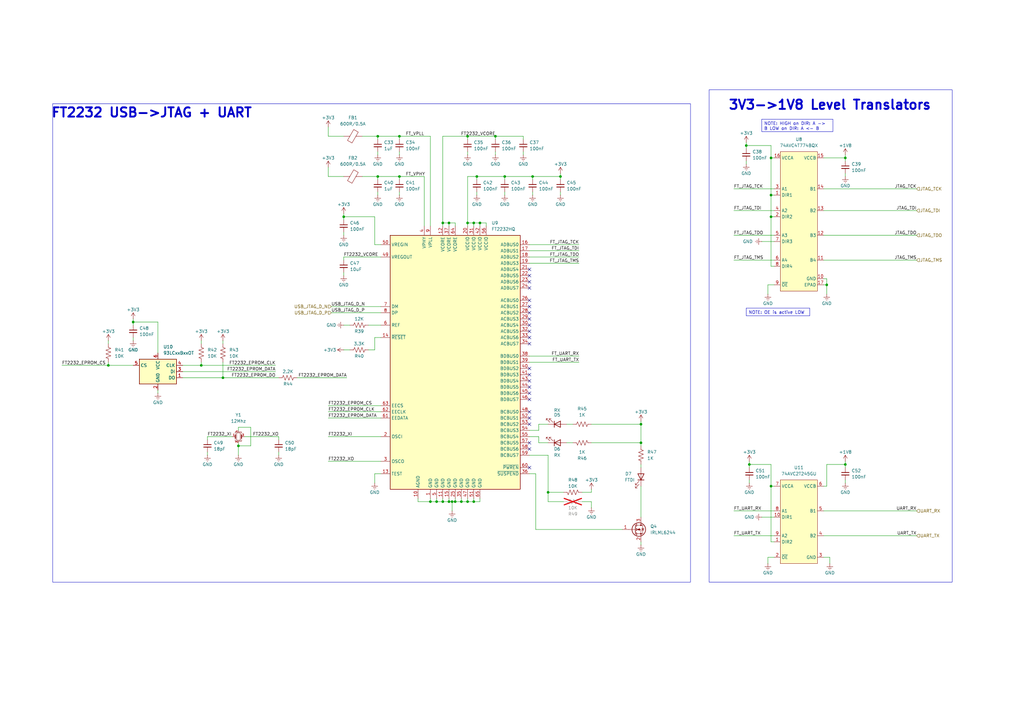
<source format=kicad_sch>
(kicad_sch (version 20231120) (generator "eeschema") (generator_version "8.0")
  (paper "A3")
  (title_block (title "USB-JTAG + UART") (date "2024-10-14") (rev "2.0") (company "Drexel University") (comment 1 "Designed by John Hofmeyr"))
  (lib_symbols
    (symbol "Device:C_Small" (pin_numbers hide) (pin_names (offset 0.254) hide)
      (property "Reference" "C" (at 0.254 1.778 0))
      (property "Value" "C_Small" (at 0.254 -2.032 0))
      (symbol "C_Small_1_1"
        (pin passive line (at 0 2.54 270) (length 2.032) (name "~") (number "1"))
        (pin passive line (at 0 -2.54 90) (length 2.032) (name "~") (number "2"))
      )
    )
    (symbol "Device:Crystal_GND24_Small" (pin_names (offset 1.016) hide)
      (property "Reference" "Y" (at 1.27 4.445 0))
      (property "Value" "Crystal_GND24_Small" (at 1.27 2.54 0))
      (symbol "Crystal_GND24_Small_1_1"
        (pin passive line (at -2.54 0 0) (length 1.27) (name "1") (number "1"))
        (pin passive line (at 0 -2.54 90) (length 0.635) (name "2") (number "2"))
        (pin passive line (at 2.54 0 180) (length 1.27) (name "3") (number "3"))
        (pin passive line (at 0 2.54 270) (length 0.635) (name "4") (number "4"))
      )
    )
    (symbol "Device:FerriteBead" (pin_numbers hide) (pin_names (offset 0))
      (property "Reference" "FB" (at -3.81 0.635 90))
      (property "Value" "FerriteBead" (at 3.81 0 90))
      (symbol "FerriteBead_1_1"
        (pin passive line (at 0 3.81 270) (length 2.54) (name "~") (number "1"))
        (pin passive line (at 0 -3.81 90) (length 2.54) (name "~") (number "2"))
      )
    )
    (symbol "Device:LED" (pin_numbers hide) (pin_names (offset 1.016) hide)
      (property "Reference" "D" (at 0 2.54 0))
      (property "Value" "LED" (at 0 -2.54 0))
      (symbol "LED_1_1"
        (pin passive line (at -3.81 0 0) (length 2.54) (name "K") (number "1"))
        (pin passive line (at 3.81 0 180) (length 2.54) (name "A") (number "2"))
      )
    )
    (symbol "Device:R_US" (pin_numbers hide) (pin_names (offset 0))
      (property "Reference" "R" (at 2.54 0 90))
      (property "Value" "R_US" (at -2.54 0 90))
      (symbol "R_US_1_1"
        (pin passive line (at 0 3.81 270) (length 1.27) (name "~") (number "1"))
        (pin passive line (at 0 -3.81 90) (length 1.27) (name "~") (number "2"))
      )
    )
    (symbol "IO_Module:74AVC2T245GU"
      (property "Reference" "U" (at 7.62 6.35 0))
      (property "Value" "74AVC2T245GU" (at 7.62 3.81 0))
      (symbol "74AVC2T245GU_1_1"
        (pin passive line (at -2.54 -22.86 0) (length 2.54) (name "DIR2") (number "1"))
        (pin passive line (at -2.54 -12.7 0) (length 2.54) (name "DIR1") (number "10"))
        (pin passive line (at -2.54 -29.21 0) (length 2.54) (name "~{OE}") (number "2"))
        (pin passive line (at 17.78 -29.21 180) (length 2.54) (name "GND") (number "3"))
        (pin passive line (at 17.78 -20.32 180) (length 2.54) (name "B2") (number "4"))
        (pin passive line (at 17.78 -10.16 180) (length 2.54) (name "B1") (number "5"))
        (pin passive line (at 17.78 0 180) (length 2.54) (name "VCCB") (number "6"))
        (pin passive line (at -2.54 0 0) (length 2.54) (name "VCCA") (number "7"))
        (pin passive line (at -2.54 -10.16 0) (length 2.54) (name "A1") (number "8"))
        (pin passive line (at -2.54 -20.32 0) (length 2.54) (name "A2") (number "9"))
      )
    )
    (symbol "IO_Module:74AVC4T774BQX"
      (property "Reference" "U" (at 7.62 6.35 0))
      (property "Value" "74AVC4T774BQX" (at 7.62 3.81 0))
      (symbol "74AVC4T774BQX_1_1"
        (pin passive line (at -2.54 -15.24 0) (length 2.54) (name "DIR1") (number "1"))
        (pin passive line (at 17.78 -49.53 180) (length 2.54) (name "GND") (number "10"))
        (pin passive line (at 17.78 -41.91 180) (length 2.54) (name "B4") (number "11"))
        (pin passive line (at 17.78 -31.75 180) (length 2.54) (name "B3") (number "12"))
        (pin passive line (at 17.78 -21.59 180) (length 2.54) (name "B2") (number "13"))
        (pin passive line (at 17.78 -12.7 180) (length 2.54) (name "B1") (number "14"))
        (pin passive line (at 17.78 0 180) (length 2.54) (name "VCCB") (number "15"))
        (pin passive line (at -2.54 0 0) (length 2.54) (name "VCCA") (number "16"))
        (pin passive line (at 17.78 -52.07 180) (length 2.54) (name "EPAD") (number "17"))
        (pin passive line (at -2.54 -24.13 0) (length 2.54) (name "DIR2") (number "2"))
        (pin passive line (at -2.54 -12.7 0) (length 2.54) (name "A1") (number "3"))
        (pin passive line (at -2.54 -21.59 0) (length 2.54) (name "A2") (number "4"))
        (pin passive line (at -2.54 -31.75 0) (length 2.54) (name "A3") (number "5"))
        (pin passive line (at -2.54 -41.91 0) (length 2.54) (name "A4") (number "6"))
        (pin passive line (at -2.54 -34.29 0) (length 2.54) (name "DIR3") (number "7"))
        (pin passive line (at -2.54 -44.45 0) (length 2.54) (name "DIR4") (number "8"))
        (pin passive line (at -2.54 -52.07 0) (length 2.54) (name "~{OE}") (number "9"))
      )
    )
    (symbol "Interface_USB:FT2232HQ"
      (property "Reference" "U" (at -26.67 53.34 0))
      (property "Value" "FT2232HQ" (at 19.05 53.34 0))
      (symbol "FT2232HQ_1_1"
        (pin power_in line (at -10.16 -55.88 90) (length 3.81) (name "GND") (number "1"))
        (pin power_in line (at -15.24 -55.88 90) (length 3.81) (name "AGND") (number "10"))
        (pin power_in line (at -5.08 -55.88 90) (length 3.81) (name "GND") (number "11"))
        (pin power_in line (at -5.08 55.88 270) (length 3.81) (name "VCORE") (number "12"))
        (pin input line (at -30.48 -45.72 0) (length 3.81) (name "TEST") (number "13"))
        (pin input line (at -30.48 10.16 0) (length 3.81) (name "~{RESET}") (number "14"))
        (pin power_in line (at -2.54 -55.88 90) (length 3.81) (name "GND") (number "15"))
        (pin bidirectional line (at 30.48 48.26 180) (length 3.81) (name "ADBUS0") (number "16"))
        (pin bidirectional line (at 30.48 45.72 180) (length 3.81) (name "ADBUS1") (number "17"))
        (pin bidirectional line (at 30.48 43.18 180) (length 3.81) (name "ADBUS2") (number "18"))
        (pin bidirectional line (at 30.48 40.64 180) (length 3.81) (name "ADBUS3") (number "19"))
        (pin input line (at -30.48 -30.48 0) (length 3.81) (name "OSCI") (number "2"))
        (pin power_in line (at 5.08 55.88 270) (length 3.81) (name "VCCIO") (number "20"))
        (pin bidirectional line (at 30.48 38.1 180) (length 3.81) (name "ADBUS4") (number "21"))
        (pin bidirectional line (at 30.48 35.56 180) (length 3.81) (name "ADBUS5") (number "22"))
        (pin bidirectional line (at 30.48 33.02 180) (length 3.81) (name "ADBUS6") (number "23"))
        (pin bidirectional line (at 30.48 30.48 180) (length 3.81) (name "ADBUS7") (number "24"))
        (pin power_in line (at 0 -55.88 90) (length 3.81) (name "GND") (number "25"))
        (pin bidirectional line (at 30.48 25.4 180) (length 3.81) (name "ACBUS0") (number "26"))
        (pin bidirectional line (at 30.48 22.86 180) (length 3.81) (name "ACBUS1") (number "27"))
        (pin bidirectional line (at 30.48 20.32 180) (length 3.81) (name "ACBUS2") (number "28"))
        (pin bidirectional line (at 30.48 17.78 180) (length 3.81) (name "ACBUS3") (number "29"))
        (pin output line (at -30.48 -40.64 0) (length 3.81) (name "OSCO") (number "3"))
        (pin bidirectional line (at 30.48 15.24 180) (length 3.81) (name "ACBUS4") (number "30"))
        (pin power_in line (at 7.62 55.88 270) (length 3.81) (name "VCCIO") (number "31"))
        (pin bidirectional line (at 30.48 12.7 180) (length 3.81) (name "ACBUS5") (number "32"))
        (pin bidirectional line (at 30.48 10.16 180) (length 3.81) (name "ACBUS6") (number "33"))
        (pin bidirectional line (at 30.48 7.62 180) (length 3.81) (name "ACBUS7") (number "34"))
        (pin power_in line (at 2.54 -55.88 90) (length 3.81) (name "GND") (number "35"))
        (pin output line (at 30.48 -45.72 180) (length 3.81) (name "~{SUSPEND}") (number "36"))
        (pin power_in line (at -2.54 55.88 270) (length 3.81) (name "VCORE") (number "37"))
        (pin bidirectional line (at 30.48 2.54 180) (length 3.81) (name "BDBUS0") (number "38"))
        (pin bidirectional line (at 30.48 0 180) (length 3.81) (name "BDBUS1") (number "39"))
        (pin power_in line (at -12.7 55.88 270) (length 3.81) (name "VPHY") (number "4"))
        (pin bidirectional line (at 30.48 -2.54 180) (length 3.81) (name "BDBUS2") (number "40"))
        (pin bidirectional line (at 30.48 -5.08 180) (length 3.81) (name "BDBUS3") (number "41"))
        (pin power_in line (at 10.16 55.88 270) (length 3.81) (name "VCCIO") (number "42"))
        (pin bidirectional line (at 30.48 -7.62 180) (length 3.81) (name "BDBUS4") (number "43"))
        (pin bidirectional line (at 30.48 -10.16 180) (length 3.81) (name "BDBUS5") (number "44"))
        (pin bidirectional line (at 30.48 -12.7 180) (length 3.81) (name "BDBUS6") (number "45"))
        (pin bidirectional line (at 30.48 -15.24 180) (length 3.81) (name "BDBUS7") (number "46"))
        (pin power_in line (at 5.08 -55.88 90) (length 3.81) (name "GND") (number "47"))
        (pin bidirectional line (at 30.48 -20.32 180) (length 3.81) (name "BCBUS0") (number "48"))
        (pin power_out line (at -30.48 43.18 0) (length 3.81) (name "VREGOUT") (number "49"))
        (pin power_in line (at -7.62 -55.88 90) (length 3.81) (name "GND") (number "5"))
        (pin power_in line (at -30.48 48.26 0) (length 3.81) (name "VREGIN") (number "50"))
        (pin power_in line (at 7.62 -55.88 90) (length 3.81) (name "GND") (number "51"))
        (pin bidirectional line (at 30.48 -22.86 180) (length 3.81) (name "BCBUS1") (number "52"))
        (pin bidirectional line (at 30.48 -25.4 180) (length 3.81) (name "BCBUS2") (number "53"))
        (pin bidirectional line (at 30.48 -27.94 180) (length 3.81) (name "BCBUS3") (number "54"))
        (pin bidirectional line (at 30.48 -30.48 180) (length 3.81) (name "BCBUS4") (number "55"))
        (pin power_in line (at 12.7 55.88 270) (length 3.81) (name "VCCIO") (number "56"))
        (pin bidirectional line (at 30.48 -33.02 180) (length 3.81) (name "BCBUS5") (number "57"))
        (pin bidirectional line (at 30.48 -35.56 180) (length 3.81) (name "BCBUS6") (number "58"))
        (pin bidirectional line (at 30.48 -38.1 180) (length 3.81) (name "BCBUS7") (number "59"))
        (pin output line (at -30.48 15.24 0) (length 3.81) (name "REF") (number "6"))
        (pin output line (at 30.48 -43.18 180) (length 3.81) (name "~{PWREN}") (number "60"))
        (pin bidirectional line (at -30.48 -22.86 0) (length 3.81) (name "EEDATA") (number "61"))
        (pin output line (at -30.48 -20.32 0) (length 3.81) (name "EECLK") (number "62"))
        (pin output line (at -30.48 -17.78 0) (length 3.81) (name "EECS") (number "63"))
        (pin power_in line (at 0 55.88 270) (length 3.81) (name "VCORE") (number "64"))
        (pin power_in line (at 10.16 -55.88 90) (length 3.81) (name "GND") (number "65"))
        (pin bidirectional line (at -30.48 22.86 0) (length 3.81) (name "DM") (number "7"))
        (pin bidirectional line (at -30.48 20.32 0) (length 3.81) (name "DP") (number "8"))
        (pin input line (at -10.16 55.88 270) (length 3.81) (name "VPLL") (number "9"))
      )
    )
    (symbol "Memory_EEPROM:93LCxxBxxOT"
      (property "Reference" "U" (at -6.35 6.35 0))
      (property "Value" "93LCxxBxxOT" (at 7.62 -6.35 0))
      (symbol "93LCxxBxxOT_1_1"
        (pin tri_state line (at 10.16 -2.54 180) (length 2.54) (name "DO") (number "1"))
        (pin power_in line (at 0 -7.62 90) (length 2.54) (name "GND") (number "2"))
        (pin input line (at 10.16 0 180) (length 2.54) (name "DI") (number "3"))
        (pin input line (at 10.16 2.54 180) (length 2.54) (name "CLK") (number "4"))
        (pin input line (at -10.16 2.54 0) (length 2.54) (name "CS") (number "5"))
        (pin power_in line (at 0 7.62 270) (length 2.54) (name "VCC") (number "6"))
      )
    )
    (symbol "Transistor_FET:IRLML6244" (pin_names hide)
      (property "Reference" "Q" (at 5.08 1.905 0))
      (property "Value" "IRLML6244" (at 5.08 0 0))
      (symbol "IRLML6244_1_1"
        (pin input line (at -5.08 0 0) (length 2.54) (name "G") (number "1"))
        (pin passive line (at 2.54 -5.08 90) (length 2.54) (name "S") (number "2"))
        (pin passive line (at 2.54 5.08 270) (length 2.54) (name "D") (number "3"))
      )
    )
    (symbol "power:+1V8" (power) (pin_numbers hide) (pin_names (offset 0) hide)
      (property "Value" "+1V8" (at 0 3.556 0))
      (symbol "+1V8_1_1"
        (pin power_in line (at 0 0 90) (length 0) (name "~") (number "1"))
      )
    )
    (symbol "power:+3V3" (power) (pin_numbers hide) (pin_names (offset 0) hide)
      (property "Value" "+3V3" (at 0 3.556 0))
      (symbol "+3V3_1_1"
        (pin power_in line (at 0 0 90) (length 0) (name "~") (number "1"))
      )
    )
    (symbol "power:GND" (power) (pin_numbers hide) (pin_names (offset 0) hide)
      (property "Value" "GND" (at 0 -3.81 0))
      (symbol "GND_1_1"
        (pin power_in line (at 0 0 270) (length 0) (name "~") (number "1"))
      )
    )
  )
  (junction (at 196.85 91.44))
  (junction (at 54.61 132.08))
  (junction (at 140.97 88.9))
  (junction (at 194.31 91.44))
  (junction (at 163.83 55.88))
  (junction (at 181.61 205.74))
  (junction (at 218.44 72.39))
  (junction (at 306.07 59.69))
  (junction (at 316.23 88.9))
  (junction (at 181.61 91.44))
  (junction (at 346.71 190.5))
  (junction (at 163.83 72.39))
  (junction (at 262.89 181.61))
  (junction (at 44.45 149.86))
  (junction (at 339.09 116.84))
  (junction (at 194.31 205.74))
  (junction (at 176.53 205.74))
  (junction (at 346.71 64.77))
  (junction (at 316.23 199.39))
  (junction (at 316.23 64.77))
  (junction (at 262.89 173.99))
  (junction (at 203.2 55.88))
  (junction (at 186.69 205.74))
  (junction (at 189.23 205.74))
  (junction (at 184.15 205.74))
  (junction (at 179.07 205.74))
  (junction (at 97.79 182.88))
  (junction (at 191.77 91.44))
  (junction (at 207.01 72.39))
  (junction (at 224.79 201.93))
  (junction (at 191.77 205.74))
  (junction (at 307.34 190.5))
  (junction (at 154.94 55.88))
  (junction (at 316.23 80.01))
  (junction (at 191.77 55.88))
  (junction (at 184.15 91.44))
  (junction (at 185.42 205.74))
  (junction (at 154.94 72.39))
  (junction (at 91.44 154.94))
  (junction (at 229.87 72.39))
  (junction (at 82.55 149.86))
  (junction (at 195.58 72.39))
  (no_connect (at 217.17 115.57))
  (no_connect (at 217.17 138.43))
  (no_connect (at 217.17 123.19))
  (no_connect (at 217.17 161.29))
  (no_connect (at 217.17 110.49))
  (no_connect (at 217.17 135.89))
  (no_connect (at 217.17 133.35))
  (no_connect (at 217.17 153.67))
  (no_connect (at 217.17 191.77))
  (no_connect (at 217.17 130.81))
  (no_connect (at 217.17 125.73))
  (no_connect (at 217.17 168.91))
  (no_connect (at 217.17 151.13))
  (no_connect (at 217.17 181.61))
  (no_connect (at 217.17 184.15))
  (no_connect (at 217.17 140.97))
  (no_connect (at 217.17 113.03))
  (no_connect (at 217.17 171.45))
  (no_connect (at 217.17 156.21))
  (no_connect (at 217.17 173.99))
  (no_connect (at 217.17 118.11))
  (no_connect (at 217.17 128.27))
  (no_connect (at 217.17 163.83))
  (no_connect (at 217.17 158.75))
  (wire (pts (xy 173.99 72.39) (xy 163.83 72.39)))
  (wire (pts (xy 154.94 55.88) (xy 154.94 57.15)))
  (wire (pts (xy 218.44 78.74) (xy 218.44 80.01)))
  (wire (pts (xy 346.71 63.5) (xy 346.71 64.77)))
  (wire (pts (xy 195.58 78.74) (xy 195.58 80.01)))
  (wire (pts (xy 219.71 217.17) (xy 255.27 217.17)))
  (wire (pts (xy 102.87 175.26) (xy 102.87 182.88)))
  (wire (pts (xy 44.45 139.7) (xy 44.45 140.97)))
  (wire (pts (xy 196.85 91.44) (xy 196.85 92.71)))
  (wire (pts (xy 300.99 96.52) (xy 317.5 96.52)))
  (wire (pts (xy 140.97 88.9) (xy 140.97 90.17)))
  (wire (pts (xy 194.31 205.74) (xy 194.31 204.47)))
  (wire (pts (xy 176.53 205.74) (xy 179.07 205.74)))
  (wire (pts (xy 186.69 205.74) (xy 186.69 204.47)))
  (wire (pts (xy 262.89 181.61) (xy 262.89 182.88)))
  (wire (pts (xy 191.77 205.74) (xy 194.31 205.74)))
  (wire (pts (xy 232.41 173.99) (xy 234.95 173.99)))
  (wire (pts (xy 317.5 228.6) (xy 314.96 228.6)))
  (wire (pts (xy 143.51 133.35) (xy 140.97 133.35)))
  (wire (pts (xy 97.79 175.26) (xy 102.87 175.26)))
  (wire (pts (xy 140.97 87.63) (xy 140.97 88.9)))
  (wire (pts (xy 242.57 205.74) (xy 242.57 208.28)))
  (wire (pts (xy 140.97 111.76) (xy 140.97 113.03)))
  (wire (pts (xy 186.69 91.44) (xy 186.69 92.71)))
  (wire (pts (xy 179.07 205.74) (xy 181.61 205.74)))
  (wire (pts (xy 156.21 125.73) (xy 135.89 125.73)))
  (wire (pts (xy 346.71 196.85) (xy 346.71 198.12)))
  (wire (pts (xy 97.79 176.53) (xy 97.79 175.26)))
  (wire (pts (xy 214.63 57.15) (xy 214.63 55.88)))
  (wire (pts (xy 217.17 146.05) (xy 237.49 146.05)))
  (wire (pts (xy 181.61 91.44) (xy 181.61 92.71)))
  (wire (pts (xy 163.83 55.88) (xy 176.53 55.88)))
  (wire (pts (xy 191.77 72.39) (xy 195.58 72.39)))
  (wire (pts (xy 181.61 205.74) (xy 181.61 204.47)))
  (wire (pts (xy 143.51 143.51) (xy 140.97 143.51)))
  (wire (pts (xy 140.97 55.88) (xy 134.62 55.88)))
  (wire (pts (xy 191.77 91.44) (xy 191.77 72.39)))
  (wire (pts (xy 191.77 91.44) (xy 194.31 91.44)))
  (wire (pts (xy 219.71 194.31) (xy 219.71 217.17)))
  (wire (pts (xy 156.21 128.27) (xy 135.89 128.27)))
  (wire (pts (xy 307.34 189.23) (xy 307.34 190.5)))
  (wire (pts (xy 307.34 190.5) (xy 316.23 190.5)))
  (wire (pts (xy 74.93 152.4) (xy 113.03 152.4)))
  (wire (pts (xy 262.89 222.25) (xy 262.89 223.52)))
  (wire (pts (xy 185.42 205.74) (xy 185.42 209.55)))
  (wire (pts (xy 316.23 199.39) (xy 317.5 199.39)))
  (wire (pts (xy 229.87 73.66) (xy 229.87 72.39)))
  (wire (pts (xy 224.79 201.93) (xy 224.79 205.74)))
  (wire (pts (xy 307.34 196.85) (xy 307.34 198.12)))
  (wire (pts (xy 85.09 179.07) (xy 95.25 179.07)))
  (wire (pts (xy 316.23 190.5) (xy 316.23 199.39)))
  (wire (pts (xy 184.15 205.74) (xy 185.42 205.74)))
  (wire (pts (xy 153.67 88.9) (xy 140.97 88.9)))
  (wire (pts (xy 156.21 138.43) (xy 153.67 138.43)))
  (wire (pts (xy 140.97 105.41) (xy 140.97 106.68)))
  (wire (pts (xy 312.42 212.09) (xy 317.5 212.09)))
  (wire (pts (xy 312.42 99.06) (xy 317.5 99.06)))
  (wire (pts (xy 224.79 201.93) (xy 231.14 201.93)))
  (wire (pts (xy 196.85 91.44) (xy 199.39 91.44)))
  (wire (pts (xy 191.77 55.88) (xy 203.2 55.88)))
  (wire (pts (xy 337.82 219.71) (xy 375.92 219.71)))
  (wire (pts (xy 339.09 190.5) (xy 339.09 199.39)))
  (wire (pts (xy 217.17 179.07) (xy 220.98 179.07)))
  (wire (pts (xy 217.17 186.69) (xy 224.79 186.69)))
  (wire (pts (xy 306.07 60.96) (xy 306.07 59.69)))
  (wire (pts (xy 185.42 205.74) (xy 186.69 205.74)))
  (wire (pts (xy 91.44 154.94) (xy 114.3 154.94)))
  (wire (pts (xy 337.82 106.68) (xy 375.92 106.68)))
  (wire (pts (xy 102.87 182.88) (xy 97.79 182.88)))
  (wire (pts (xy 171.45 205.74) (xy 176.53 205.74)))
  (wire (pts (xy 317.5 109.22) (xy 316.23 109.22)))
  (wire (pts (xy 306.07 66.04) (xy 306.07 67.31)))
  (wire (pts (xy 54.61 130.81) (xy 54.61 132.08)))
  (wire (pts (xy 134.62 189.23) (xy 156.21 189.23)))
  (wire (pts (xy 173.99 92.71) (xy 173.99 72.39)))
  (wire (pts (xy 194.31 91.44) (xy 194.31 92.71)))
  (wire (pts (xy 262.89 190.5) (xy 262.89 191.77)))
  (wire (pts (xy 337.82 77.47) (xy 375.92 77.47)))
  (wire (pts (xy 242.57 181.61) (xy 262.89 181.61)))
  (wire (pts (xy 217.17 107.95) (xy 237.49 107.95)))
  (wire (pts (xy 346.71 191.77) (xy 346.71 190.5)))
  (wire (pts (xy 195.58 72.39) (xy 207.01 72.39)))
  (wire (pts (xy 184.15 91.44) (xy 184.15 92.71)))
  (wire (pts (xy 220.98 181.61) (xy 224.79 181.61)))
  (wire (pts (xy 316.23 64.77) (xy 316.23 80.01)))
  (wire (pts (xy 154.94 72.39) (xy 148.59 72.39)))
  (wire (pts (xy 163.83 62.23) (xy 163.83 63.5)))
  (wire (pts (xy 220.98 173.99) (xy 224.79 173.99)))
  (wire (pts (xy 114.3 185.42) (xy 114.3 186.69)))
  (wire (pts (xy 316.23 88.9) (xy 316.23 109.22)))
  (wire (pts (xy 184.15 205.74) (xy 184.15 204.47)))
  (wire (pts (xy 74.93 149.86) (xy 82.55 149.86)))
  (wire (pts (xy 217.17 105.41) (xy 237.49 105.41)))
  (wire (pts (xy 154.94 78.74) (xy 154.94 80.01)))
  (wire (pts (xy 317.5 222.25) (xy 316.23 222.25)))
  (wire (pts (xy 179.07 205.74) (xy 179.07 204.47)))
  (wire (pts (xy 242.57 200.66) (xy 242.57 201.93)))
  (wire (pts (xy 85.09 179.07) (xy 85.09 180.34)))
  (wire (pts (xy 54.61 132.08) (xy 54.61 133.35)))
  (wire (pts (xy 134.62 52.07) (xy 134.62 55.88)))
  (wire (pts (xy 134.62 171.45) (xy 156.21 171.45)))
  (wire (pts (xy 154.94 55.88) (xy 148.59 55.88)))
  (wire (pts (xy 300.99 219.71) (xy 317.5 219.71)))
  (wire (pts (xy 91.44 148.59) (xy 91.44 154.94)))
  (wire (pts (xy 154.94 72.39) (xy 154.94 73.66)))
  (wire (pts (xy 217.17 176.53) (xy 220.98 176.53)))
  (wire (pts (xy 316.23 59.69) (xy 316.23 64.77)))
  (wire (pts (xy 140.97 72.39) (xy 134.62 72.39)))
  (wire (pts (xy 114.3 179.07) (xy 114.3 180.34)))
  (wire (pts (xy 74.93 154.94) (xy 91.44 154.94)))
  (wire (pts (xy 346.71 190.5) (xy 339.09 190.5)))
  (wire (pts (xy 316.23 199.39) (xy 316.23 222.25)))
  (wire (pts (xy 224.79 205.74) (xy 231.14 205.74)))
  (wire (pts (xy 163.83 72.39) (xy 154.94 72.39)))
  (wire (pts (xy 300.99 106.68) (xy 317.5 106.68)))
  (wire (pts (xy 82.55 148.59) (xy 82.55 149.86)))
  (wire (pts (xy 307.34 191.77) (xy 307.34 190.5)))
  (wire (pts (xy 44.45 149.86) (xy 54.61 149.86)))
  (wire (pts (xy 339.09 116.84) (xy 339.09 120.65)))
  (wire (pts (xy 153.67 88.9) (xy 153.67 100.33)))
  (wire (pts (xy 224.79 186.69) (xy 224.79 201.93)))
  (wire (pts (xy 163.83 57.15) (xy 163.83 55.88)))
  (wire (pts (xy 346.71 64.77) (xy 337.82 64.77)))
  (wire (pts (xy 217.17 148.59) (xy 237.49 148.59)))
  (wire (pts (xy 217.17 194.31) (xy 219.71 194.31)))
  (wire (pts (xy 217.17 100.33) (xy 237.49 100.33)))
  (wire (pts (xy 181.61 205.74) (xy 184.15 205.74)))
  (wire (pts (xy 176.53 205.74) (xy 176.53 204.47)))
  (wire (pts (xy 154.94 62.23) (xy 154.94 63.5)))
  (wire (pts (xy 181.61 91.44) (xy 181.61 55.88)))
  (wire (pts (xy 82.55 149.86) (xy 113.03 149.86)))
  (wire (pts (xy 346.71 71.12) (xy 346.71 72.39)))
  (wire (pts (xy 314.96 120.65) (xy 314.96 116.84)))
  (wire (pts (xy 207.01 73.66) (xy 207.01 72.39)))
  (wire (pts (xy 339.09 114.3) (xy 337.82 114.3)))
  (wire (pts (xy 339.09 199.39) (xy 337.82 199.39)))
  (wire (pts (xy 153.67 143.51) (xy 151.13 143.51)))
  (wire (pts (xy 220.98 179.07) (xy 220.98 181.61)))
  (wire (pts (xy 337.82 209.55) (xy 375.92 209.55)))
  (wire (pts (xy 64.77 132.08) (xy 54.61 132.08)))
  (wire (pts (xy 191.77 91.44) (xy 191.77 92.71)))
  (wire (pts (xy 44.45 148.59) (xy 44.45 149.86)))
  (wire (pts (xy 203.2 57.15) (xy 203.2 55.88)))
  (wire (pts (xy 191.77 62.23) (xy 191.77 63.5)))
  (wire (pts (xy 218.44 72.39) (xy 229.87 72.39)))
  (wire (pts (xy 300.99 77.47) (xy 317.5 77.47)))
  (wire (pts (xy 207.01 72.39) (xy 218.44 72.39)))
  (wire (pts (xy 97.79 182.88) (xy 97.79 186.69)))
  (wire (pts (xy 300.99 86.36) (xy 317.5 86.36)))
  (wire (pts (xy 214.63 62.23) (xy 214.63 63.5)))
  (wire (pts (xy 316.23 80.01) (xy 317.5 80.01)))
  (wire (pts (xy 134.62 168.91) (xy 156.21 168.91)))
  (wire (pts (xy 340.36 228.6) (xy 340.36 231.14)))
  (wire (pts (xy 181.61 55.88) (xy 191.77 55.88)))
  (wire (pts (xy 346.71 189.23) (xy 346.71 190.5)))
  (wire (pts (xy 217.17 102.87) (xy 237.49 102.87)))
  (wire (pts (xy 189.23 205.74) (xy 191.77 205.74)))
  (wire (pts (xy 196.85 205.74) (xy 196.85 204.47)))
  (wire (pts (xy 262.89 173.99) (xy 262.89 181.61)))
  (wire (pts (xy 181.61 91.44) (xy 184.15 91.44)))
  (wire (pts (xy 300.99 209.55) (xy 317.5 209.55)))
  (wire (pts (xy 199.39 91.44) (xy 199.39 92.71)))
  (wire (pts (xy 339.09 114.3) (xy 339.09 116.84)))
  (wire (pts (xy 134.62 166.37) (xy 156.21 166.37)))
  (wire (pts (xy 97.79 182.88) (xy 97.79 181.61)))
  (wire (pts (xy 229.87 71.12) (xy 229.87 72.39)))
  (wire (pts (xy 171.45 204.47) (xy 171.45 205.74)))
  (wire (pts (xy 262.89 199.39) (xy 262.89 212.09)))
  (wire (pts (xy 151.13 133.35) (xy 156.21 133.35)))
  (wire (pts (xy 314.96 228.6) (xy 314.96 231.14)))
  (wire (pts (xy 337.82 86.36) (xy 375.92 86.36)))
  (wire (pts (xy 134.62 68.58) (xy 134.62 72.39)))
  (wire (pts (xy 218.44 73.66) (xy 218.44 72.39)))
  (wire (pts (xy 163.83 78.74) (xy 163.83 80.01)))
  (wire (pts (xy 203.2 55.88) (xy 214.63 55.88)))
  (wire (pts (xy 64.77 160.02) (xy 64.77 161.29)))
  (wire (pts (xy 153.67 100.33) (xy 156.21 100.33)))
  (wire (pts (xy 195.58 73.66) (xy 195.58 72.39)))
  (wire (pts (xy 163.83 73.66) (xy 163.83 72.39)))
  (wire (pts (xy 339.09 116.84) (xy 337.82 116.84)))
  (wire (pts (xy 184.15 91.44) (xy 186.69 91.44)))
  (wire (pts (xy 203.2 62.23) (xy 203.2 63.5)))
  (wire (pts (xy 186.69 205.74) (xy 189.23 205.74)))
  (wire (pts (xy 100.33 179.07) (xy 114.3 179.07)))
  (wire (pts (xy 54.61 138.43) (xy 54.61 139.7)))
  (wire (pts (xy 134.62 179.07) (xy 156.21 179.07)))
  (wire (pts (xy 25.4 149.86) (xy 44.45 149.86)))
  (wire (pts (xy 153.67 194.31) (xy 153.67 198.12)))
  (wire (pts (xy 176.53 92.71) (xy 176.53 55.88)))
  (wire (pts (xy 82.55 139.7) (xy 82.55 140.97)))
  (wire (pts (xy 207.01 78.74) (xy 207.01 80.01)))
  (wire (pts (xy 337.82 96.52) (xy 375.92 96.52)))
  (wire (pts (xy 306.07 58.42) (xy 306.07 59.69)))
  (wire (pts (xy 262.89 172.72) (xy 262.89 173.99)))
  (wire (pts (xy 306.07 59.69) (xy 316.23 59.69)))
  (wire (pts (xy 238.76 205.74) (xy 242.57 205.74)))
  (wire (pts (xy 316.23 88.9) (xy 317.5 88.9)))
  (wire (pts (xy 156.21 105.41) (xy 140.97 105.41)))
  (wire (pts (xy 121.92 154.94) (xy 142.24 154.94)))
  (wire (pts (xy 91.44 139.7) (xy 91.44 140.97)))
  (wire (pts (xy 346.71 66.04) (xy 346.71 64.77)))
  (wire (pts (xy 156.21 194.31) (xy 153.67 194.31)))
  (wire (pts (xy 314.96 116.84) (xy 317.5 116.84)))
  (wire (pts (xy 191.77 57.15) (xy 191.77 55.88)))
  (wire (pts (xy 153.67 138.43) (xy 153.67 143.51)))
  (wire (pts (xy 189.23 205.74) (xy 189.23 204.47)))
  (wire (pts (xy 154.94 55.88) (xy 163.83 55.88)))
  (wire (pts (xy 64.77 144.78) (xy 64.77 132.08)))
  (wire (pts (xy 316.23 80.01) (xy 316.23 88.9)))
  (wire (pts (xy 191.77 205.74) (xy 191.77 204.47)))
  (wire (pts (xy 232.41 181.61) (xy 234.95 181.61)))
  (wire (pts (xy 140.97 95.25) (xy 140.97 96.52)))
  (wire (pts (xy 194.31 91.44) (xy 196.85 91.44)))
  (wire (pts (xy 85.09 185.42) (xy 85.09 186.69)))
  (wire (pts (xy 242.57 173.99) (xy 262.89 173.99)))
  (wire (pts (xy 194.31 205.74) (xy 196.85 205.74)))
  (wire (pts (xy 220.98 176.53) (xy 220.98 173.99)))
  (wire (pts (xy 238.76 201.93) (xy 242.57 201.93)))
  (wire (pts (xy 229.87 78.74) (xy 229.87 80.01)))
  (wire (pts (xy 337.82 228.6) (xy 340.36 228.6)))
  (wire (pts (xy 316.23 64.77) (xy 317.5 64.77)))
  (rectangle (start 21.59 42.545) (end 283.21 238.76))
  (rectangle (start 290.83 36.83) (end 390.525 238.76))
  (text_box "NOTE: OE is active LOW" (at 306.07 126.365 0) (size 26.035 3.175) (effects (font (size 1.27 1.27)) (justify left top)))
  (text_box "NOTE: HIGH on DIR: A -> B LOW on DIR: A <- B" (at 312.42 48.895 0) (size 29.21 5.08) (effects (font (size 1.27 1.27)) (justify left top)))
  (text "FT2232 USB->JTAG + UART" (at 62.23 46.355 0) (effects (font (size 3.81 3.81) (bold yes))))
  (text "3V3->1V8 Level Translators" (at 340.36 43.18 0) (effects (font (size 3.81 3.81) (bold yes))))
  (label "FT_JTAG_TDO" (at 237.49 105.41 180))
  (label "FT2232_EPROM_DO" (at 113.03 154.94 180))
  (label "FT_UART_TX" (at 300.99 219.71 0))
  (label "FT_JTAG_TDI" (at 237.49 102.87 180))
  (label "JTAG_TDO" (at 375.92 96.52 180))
  (label "FT2232_EPROM_CLK" (at 113.03 149.86 180))
  (label "FT2232_EPROM_DATA" (at 113.03 152.4 180))
  (label "FT_JTAG_TMS" (at 237.49 107.95 180))
  (label "FT_JTAG_TCK" (at 237.49 100.33 180))
  (label "UART_TX" (at 375.92 219.71 180))
  (label "USB_JTAG_D_P" (at 135.89 128.27 0))
  (label "FT2232_VCORE" (at 203.2 55.88 180))
  (label "FT_JTAG_TCK" (at 300.99 77.47 0))
  (label "FT2232_EPROM_CS" (at 134.62 166.37 0))
  (label "FT2232_EPROM_CLK" (at 134.62 168.91 0))
  (label "USB_JTAG_D_N" (at 135.89 125.73 0))
  (label "FT_VPLL" (at 166.37 55.88 0))
  (label "FT_UART_RX" (at 237.49 146.05 180))
  (label "FT2232_EPROM_DATA" (at 134.62 171.45 0))
  (label "FT2232_EPROM_CS" (at 25.4 149.86 0))
  (label "JTAG_TCK" (at 375.92 77.47 180))
  (label "JTAG_TDI" (at 375.92 86.36 180))
  (label "FT2232_XO" (at 114.3 179.07 180))
  (label "FT_UART_TX" (at 237.49 148.59 180))
  (label "FT2232_XI" (at 134.62 179.07 0))
  (label "UART_RX" (at 375.92 209.55 180))
  (label "FT_VPHY" (at 166.37 72.39 0))
  (label "FT_JTAG_TDI" (at 300.99 86.36 0))
  (label "FT2232_VCORE" (at 140.97 105.41 0))
  (label "FT2232_EPROM_DATA" (at 142.24 154.94 180))
  (label "JTAG_TMS" (at 375.92 106.68 180))
  (label "FT_UART_RX" (at 300.99 209.55 0))
  (label "FT_JTAG_TDO" (at 300.99 96.52 0))
  (label "FT_JTAG_TMS" (at 300.99 106.68 0))
  (label "FT2232_XO" (at 134.62 189.23 0))
  (label "FT2232_XI" (at 85.09 179.07 0))
  (hierarchical_label "JTAG_TDO" (shape input) (at 375.92 96.52 0))
  (hierarchical_label "USB_JTAG_D_N" (shape input) (at 135.89 125.73 180))
  (hierarchical_label "JTAG_TDI" (shape input) (at 375.92 86.36 0))
  (hierarchical_label "UART_TX" (shape input) (at 375.92 219.71 0))
  (hierarchical_label "UART_RX" (shape input) (at 375.92 209.55 0))
  (hierarchical_label "USB_JTAG_D_P" (shape input) (at 135.89 128.27 180))
  (hierarchical_label "JTAG_TCK" (shape input) (at 375.92 77.47 0))
  (hierarchical_label "JTAG_TMS" (shape input) (at 375.92 106.68 0))
  (symbol (lib_id "Device:C_Small") (at 85.09 182.88 0) (unit 1)
    (property "Reference" "C49" (at 87.63 181.6162 0) (effects (justify left)))
    (property "Value" "18pF" (at 87.63 184.1562 0) (effects (justify left)))
    (property "Footprint" "Capacitor_SMD:C_0201_0603Metric" (effects (hide yes)))
    (property "Description" "Unpolarized capacitor, small symbol" (effects (hide yes)))
  )
  (symbol (lib_id "Device:C_Small") (at 54.61 135.89 0) (unit 1)
    (property "Reference" "C48" (at 57.15 134.6262 0) (effects (justify left)))
    (property "Value" "100nF" (at 57.15 137.1662 0) (effects (justify left)))
    (property "Footprint" "Capacitor_SMD:C_0201_0603Metric" (effects (hide yes)))
    (property "Description" "Unpolarized capacitor, small symbol" (effects (hide yes)))
  )
  (symbol (lib_id "power:GND") (at 163.83 80.01 0) (unit 1)
    (property "Reference" "#PWR083" (effects (hide yes)))
    (property "Value" "GND" (at 163.83 83.82 0))
    (property "Description" "Power symbol creates a global label with name \"GND\" , ground" (effects (hide yes)))
  )
  (symbol (lib_id "power:GND") (at 154.94 80.01 0) (unit 1)
    (property "Reference" "#PWR082" (effects (hide yes)))
    (property "Value" "GND" (at 154.94 83.82 0))
    (property "Description" "Power symbol creates a global label with name \"GND\" , ground" (effects (hide yes)))
  )
  (symbol (lib_id "Device:R_US") (at 147.32 143.51 270) (unit 1)
    (property "Reference" "R40" (at 147.32 146.05 90))
    (property "Value" "3.3K" (at 147.32 140.97 90))
    (property "Footprint" "Resistor_SMD:R_0201_0603Metric" (effects (hide yes)))
    (property "Description" "Resistor, US symbol" (effects (hide yes)))
  )
  (symbol (lib_id "power:GND") (at 64.77 161.29 0) (unit 1)
    (property "Reference" "#PWR0101" (effects (hide yes)))
    (property "Value" "GND" (at 64.77 165.1 0))
    (property "Description" "Power symbol creates a global label with name \"GND\" , ground" (effects (hide yes)))
  )
  (symbol (lib_id "power:+3V3") (at 229.87 71.12 0) (unit 1)
    (property "Reference" "#PWR080" (effects (hide yes)))
    (property "Value" "+3V3" (at 229.87 67.31 0))
    (property "Description" "Power symbol creates a global label with name \"+3V3\"" (effects (hide yes)))
  )
  (symbol (lib_id "power:+3V3") (at 242.57 200.66 0) (unit 1)
    (property "Reference" "#PWR0111" (effects (hide yes)))
    (property "Value" "+3V3" (at 242.57 196.85 0))
    (property "Description" "Power symbol creates a global label with name \"+3V3\"" (effects (hide yes)))
  )
  (symbol (lib_id "power:GND") (at 312.42 212.09 270) (unit 1)
    (property "Reference" "#PWR0114" (effects (hide yes)))
    (property "Value" "GND" (at 307.34 212.09 90))
    (property "Description" "Power symbol creates a global label with name \"GND\" , ground" (effects (hide yes)))
  )
  (symbol (lib_id "power:GND") (at 154.94 63.5 0) (unit 1)
    (property "Reference" "#PWR072" (effects (hide yes)))
    (property "Value" "GND" (at 154.94 67.31 0))
    (property "Description" "Power symbol creates a global label with name \"GND\" , ground" (effects (hide yes)))
  )
  (symbol (lib_id "power:+3V3") (at 134.62 68.58 0) (unit 1)
    (property "Reference" "#PWR079" (effects (hide yes)))
    (property "Value" "+3V3" (at 134.62 64.77 0))
    (property "Description" "Power symbol creates a global label with name \"+3V3\"" (effects (hide yes)))
  )
  (symbol (lib_id "Device:R_US") (at 91.44 144.78 180) (unit 1)
    (property "Reference" "R43" (at 93.98 143.5099 0) (effects (justify right)))
    (property "Value" "10K" (at 93.98 146.0499 0) (effects (justify right)))
    (property "Footprint" "Resistor_SMD:R_0201_0603Metric" (effects (hide yes)))
    (property "Description" "Resistor, US symbol" (effects (hide yes)))
  )
  (symbol (lib_id "Device:C_Small") (at 163.83 76.2 0) (unit 1)
    (property "Reference" "C41" (at 166.37 74.9362 0) (effects (justify left)))
    (property "Value" "100nF" (at 166.37 77.4762 0) (effects (justify left)))
    (property "Footprint" "Capacitor_SMD:C_0201_0603Metric" (effects (hide yes)))
    (property "Description" "Unpolarized capacitor, small symbol" (effects (hide yes)))
  )
  (symbol (lib_id "Interface_USB:FT2232HQ") (at 186.69 148.59 0) (unit 1)
    (property "Reference" "U9" (at 201.5841 91.44 0) (effects (justify left)))
    (property "Value" "FT2232HQ" (at 201.5841 93.98 0) (effects (justify left)))
    (property "Footprint" "Package_DFN_QFN:QFN-64-1EP_9x9mm_P0.5mm_EP4.35x4.35mm" (effects (hide yes)))
    (property "Datasheet" "https://www.ftdichip.com/Support/Documents/DataSheets/ICs/DS_FT2232H.pdf" (effects (hide yes)))
    (property "Description" "Hi Speed Double Channel USB UART/FIFO, QFN-64" (effects (hide yes)))
  )
  (symbol (lib_id "power:GND") (at 346.71 198.12 0) (mirror y) (unit 1)
    (property "Reference" "#PWR0110" (effects (hide yes)))
    (property "Value" "GND" (at 346.71 201.93 0))
    (property "Description" "Power symbol creates a global label with name \"GND\" , ground" (effects (hide yes)))
  )
  (symbol (lib_id "power:GND") (at 346.71 72.39 0) (mirror y) (unit 1)
    (property "Reference" "#PWR081" (effects (hide yes)))
    (property "Value" "GND" (at 346.71 76.2 0))
    (property "Description" "Power symbol creates a global label with name \"GND\" , ground" (effects (hide yes)))
  )
  (symbol (lib_id "Device:C_Small") (at 195.58 76.2 0) (unit 1)
    (property "Reference" "C42" (at 198.12 74.9362 0) (effects (justify left)))
    (property "Value" "100nF" (at 198.12 77.4762 0) (effects (justify left)))
    (property "Footprint" "Capacitor_SMD:C_0201_0603Metric" (effects (hide yes)))
    (property "Description" "Unpolarized capacitor, small symbol" (effects (hide yes)))
  )
  (symbol (lib_id "Device:R_US") (at 118.11 154.94 270) (unit 1)
    (property "Reference" "R44" (at 118.11 157.48 90))
    (property "Value" "2.2K" (at 118.11 152.4 90))
    (property "Footprint" "Resistor_SMD:R_0201_0603Metric" (effects (hide yes)))
    (property "Description" "Resistor, US symbol" (effects (hide yes)))
  )
  (symbol (lib_id "power:GND") (at 85.09 186.69 0) (unit 1)
    (property "Reference" "#PWR0103" (effects (hide yes)))
    (property "Value" "GND" (at 85.09 190.5 0))
    (property "Description" "Power symbol creates a global label with name \"GND\" , ground" (effects (hide yes)))
  )
  (symbol (lib_id "Device:R_US") (at 44.45 144.78 180) (unit 1)
    (property "Reference" "R41" (at 46.99 143.5099 0) (effects (justify right)))
    (property "Value" "10K" (at 46.99 146.0499 0) (effects (justify right)))
    (property "Footprint" "Resistor_SMD:R_0201_0603Metric" (effects (hide yes)))
    (property "Description" "Resistor, US symbol" (effects (hide yes)))
  )
  (symbol (lib_id "power:GND") (at 242.57 208.28 0) (unit 1)
    (property "Reference" "#PWR0112" (effects (hide yes)))
    (property "Value" "GND" (at 242.57 212.09 0))
    (property "Description" "Power symbol creates a global label with name \"GND\" , ground" (effects (hide yes)))
  )
  (symbol (lib_id "power:+3V3") (at 91.44 139.7 0) (unit 1)
    (property "Reference" "#PWR099" (effects (hide yes)))
    (property "Value" "+3V3" (at 91.44 135.89 0))
    (property "Description" "Power symbol creates a global label with name \"+3V3\"" (effects (hide yes)))
  )
  (symbol (lib_id "Device:C_Small") (at 140.97 109.22 0) (unit 1)
    (property "Reference" "C47" (at 143.51 107.9562 0) (effects (justify left)))
    (property "Value" "10uF" (at 143.51 110.4962 0) (effects (justify left)))
    (property "Footprint" "Capacitor_SMD:C_0603_1608Metric" (effects (hide yes)))
    (property "Description" "Unpolarized capacitor, small symbol" (effects (hide yes)))
  )
  (symbol (lib_id "Device:C_Small") (at 306.07 63.5 0) (unit 1)
    (property "Reference" "C38" (at 308.61 62.2362 0) (effects (justify left)))
    (property "Value" "100nF" (at 308.61 64.7762 0) (effects (justify left)))
    (property "Footprint" "Capacitor_SMD:C_0201_0603Metric" (effects (hide yes)))
    (property "Description" "Unpolarized capacitor, small symbol" (effects (hide yes)))
  )
  (symbol (lib_id "power:GND") (at 191.77 63.5 0) (unit 1)
    (property "Reference" "#PWR074" (effects (hide yes)))
    (property "Value" "GND" (at 191.77 67.31 0))
    (property "Description" "Power symbol creates a global label with name \"GND\" , ground" (effects (hide yes)))
  )
  (symbol (lib_id "power:GND") (at 218.44 80.01 0) (unit 1)
    (property "Reference" "#PWR086" (effects (hide yes)))
    (property "Value" "GND" (at 218.44 83.82 0))
    (property "Description" "Power symbol creates a global label with name \"GND\" , ground" (effects (hide yes)))
  )
  (symbol (lib_id "Transistor_FET:IRLML6244") (at 260.35 217.17 0) (unit 1)
    (property "Reference" "Q4" (at 266.7 215.8999 0) (effects (justify left)))
    (property "Value" "IRLML6244" (at 266.7 218.4399 0) (effects (justify left)))
    (property "Footprint" "Package_TO_SOT_SMD:SOT-23" (effects (hide yes)))
    (property "Datasheet" "https://www.infineon.com/dgdl/Infineon-IRLML6244-DataSheet-v01_01-EN.pdf?fileId=5546d462533600a4015356686fed261f" (effects (hide yes)))
    (property "Description" "6.3A Id, 20V Vds, 21mOhm Rds, N-Channel StrongIRFET Power MOSFET, SOT-23" (effects (hide yes)))
  )
  (symbol (lib_id "Device:FerriteBead") (at 144.78 72.39 90) (unit 1)
    (property "Reference" "FB2" (at 144.7292 64.77 90))
    (property "Value" "600R/0.5A" (at 144.7292 67.31 90))
    (property "Footprint" "Inductor_SMD:L_0603_1608Metric" (effects (hide yes)))
    (property "Description" "Ferrite bead" (effects (hide yes)))
  )
  (symbol (lib_id "power:GND") (at 140.97 96.52 0) (unit 1)
    (property "Reference" "#PWR089" (effects (hide yes)))
    (property "Value" "GND" (at 140.97 100.33 0))
    (property "Description" "Power symbol creates a global label with name \"GND\" , ground" (effects (hide yes)))
  )
  (symbol (lib_id "power:+3V3") (at 44.45 139.7 0) (unit 1)
    (property "Reference" "#PWR096" (effects (hide yes)))
    (property "Value" "+3V3" (at 44.45 135.89 0))
    (property "Description" "Power symbol creates a global label with name \"+3V3\"" (effects (hide yes)))
  )
  (symbol (lib_id "Device:Crystal_GND24_Small") (at 97.79 179.07 0) (unit 1)
    (property "Reference" "Y1" (at 97.79 170.18 0))
    (property "Value" "12Mhz" (at 97.79 172.72 0))
    (property "Footprint" "Oscillator:Oscillator_SMD_Abracon_ASE-4Pin_3.2x2.5mm" (effects (hide yes)))
    (property "Datasheet" "https://abracon.com/Resonators/abm8.pdf" (effects (hide yes)))
    (property "Description" "Four pin crystal, GND on pins 2 and 4, small symbol" (effects (hide yes)))
  )
  (symbol (lib_id "power:GND") (at 314.96 231.14 0) (unit 1)
    (property "Reference" "#PWR0116" (effects (hide yes)))
    (property "Value" "GND" (at 314.96 234.95 0))
    (property "Description" "Power symbol creates a global label with name \"GND\" , ground" (effects (hide yes)))
  )
  (symbol (lib_id "power:GND") (at 140.97 133.35 270) (unit 1)
    (property "Reference" "#PWR095" (effects (hide yes)))
    (property "Value" "GND" (at 135.89 133.35 90))
    (property "Description" "Power symbol creates a global label with name \"GND\" , ground" (effects (hide yes)))
  )
  (symbol (lib_id "power:GND") (at 185.42 209.55 0) (unit 1)
    (property "Reference" "#PWR0113" (effects (hide yes)))
    (property "Value" "GND" (at 185.42 213.36 0))
    (property "Description" "Power symbol creates a global label with name \"GND\" , ground" (effects (hide yes)))
  )
  (symbol (lib_id "power:GND") (at 314.96 120.65 0) (unit 1)
    (property "Reference" "#PWR092" (effects (hide yes)))
    (property "Value" "GND" (at 314.96 124.46 0))
    (property "Description" "Power symbol creates a global label with name \"GND\" , ground" (effects (hide yes)))
  )
  (symbol (lib_id "Device:C_Small") (at 114.3 182.88 0) (unit 1)
    (property "Reference" "C50" (at 116.84 181.6162 0) (effects (justify left)))
    (property "Value" "18pF" (at 116.84 184.1562 0) (effects (justify left)))
    (property "Footprint" "Capacitor_SMD:C_0201_0603Metric" (effects (hide yes)))
    (property "Description" "Unpolarized capacitor, small symbol" (effects (hide yes)))
  )
  (symbol (lib_id "power:GND") (at 207.01 80.01 0) (unit 1)
    (property "Reference" "#PWR085" (effects (hide yes)))
    (property "Value" "GND" (at 207.01 83.82 0))
    (property "Description" "Power symbol creates a global label with name \"GND\" , ground" (effects (hide yes)))
  )
  (symbol (lib_id "power:+1V8") (at 346.71 189.23 0) (unit 1)
    (property "Reference" "#PWR0107" (effects (hide yes)))
    (property "Value" "+1V8" (at 346.71 185.42 0))
    (property "Description" "Power symbol creates a global label with name \"+1V8\"" (effects (hide yes)))
  )
  (symbol (lib_id "Device:C_Small") (at 203.2 59.69 0) (unit 1)
    (property "Reference" "C36" (at 205.74 58.4262 0) (effects (justify left)))
    (property "Value" "100nF" (at 205.74 60.9662 0) (effects (justify left)))
    (property "Footprint" "Capacitor_SMD:C_0201_0603Metric" (effects (hide yes)))
    (property "Description" "Unpolarized capacitor, small symbol" (effects (hide yes)))
  )
  (symbol (lib_id "Device:C_Small") (at 218.44 76.2 0) (unit 1)
    (property "Reference" "C44" (at 220.98 74.9362 0) (effects (justify left)))
    (property "Value" "100nF" (at 220.98 77.4762 0) (effects (justify left)))
    (property "Footprint" "Capacitor_SMD:C_0201_0603Metric" (effects (hide yes)))
    (property "Description" "Unpolarized capacitor, small symbol" (effects (hide yes)))
  )
  (symbol (lib_id "Memory_EEPROM:93LCxxBxxOT") (at 64.77 152.4 0) (unit 1)
    (property "Reference" "U10" (at 66.9641 142.24 0) (effects (justify left)))
    (property "Value" "93LCxxBxxOT" (at 66.9641 144.78 0) (effects (justify left)))
    (property "Footprint" "Package_TO_SOT_SMD:SOT-23-6" (effects (hide yes)))
    (property "Datasheet" "http://ww1.microchip.com/downloads/en/DeviceDoc/20001749K.pdf" (effects (hide yes)))
    (property "Description" "Serial EEPROM, 93 Series, 2.5V, SOT-23-6" (effects (hide yes)))
  )
  (symbol (lib_id "power:GND") (at 97.79 186.69 0) (unit 1)
    (property "Reference" "#PWR0104" (effects (hide yes)))
    (property "Value" "GND" (at 97.79 190.5 0))
    (property "Description" "Power symbol creates a global label with name \"GND\" , ground" (effects (hide yes)))
  )
  (symbol (lib_id "power:GND") (at 214.63 63.5 0) (unit 1)
    (property "Reference" "#PWR076" (effects (hide yes)))
    (property "Value" "GND" (at 214.63 67.31 0))
    (property "Description" "Power symbol creates a global label with name \"GND\" , ground" (effects (hide yes)))
  )
  (symbol (lib_id "power:GND") (at 203.2 63.5 0) (unit 1)
    (property "Reference" "#PWR075" (effects (hide yes)))
    (property "Value" "GND" (at 203.2 67.31 0))
    (property "Description" "Power symbol creates a global label with name \"GND\" , ground" (effects (hide yes)))
  )
  (symbol (lib_id "power:GND") (at 262.89 223.52 0) (unit 1)
    (property "Reference" "#PWR0115" (effects (hide yes)))
    (property "Value" "GND" (at 262.89 227.33 0))
    (property "Description" "Power symbol creates a global label with name \"GND\" , ground" (effects (hide yes)))
  )
  (symbol (lib_id "power:+3V3") (at 262.89 172.72 0) (unit 1)
    (property "Reference" "#PWR0102" (effects (hide yes)))
    (property "Value" "+3V3" (at 262.89 168.91 0))
    (property "Description" "Power symbol creates a global label with name \"+3V3\"" (effects (hide yes)))
  )
  (symbol (lib_id "Device:C_Small") (at 214.63 59.69 0) (unit 1)
    (property "Reference" "C37" (at 217.17 58.4262 0) (effects (justify left)))
    (property "Value" "100nF" (at 217.17 60.9662 0) (effects (justify left)))
    (property "Footprint" "Capacitor_SMD:C_0201_0603Metric" (effects (hide yes)))
    (property "Description" "Unpolarized capacitor, small symbol" (effects (hide yes)))
  )
  (symbol (lib_id "Device:FerriteBead") (at 144.78 55.88 90) (unit 1)
    (property "Reference" "FB1" (at 144.7292 48.26 90))
    (property "Value" "600R/0.5A" (at 144.7292 50.8 90))
    (property "Footprint" "Inductor_SMD:L_0603_1608Metric" (effects (hide yes)))
    (property "Description" "Ferrite bead" (effects (hide yes)))
  )
  (symbol (lib_id "power:GND") (at 140.97 113.03 0) (unit 1)
    (property "Reference" "#PWR091" (effects (hide yes)))
    (property "Value" "GND" (at 140.97 116.84 0))
    (property "Description" "Power symbol creates a global label with name \"GND\" , ground" (effects (hide yes)))
  )
  (symbol (lib_id "Device:R_US") (at 82.55 144.78 180) (unit 1)
    (property "Reference" "R42" (at 85.09 143.5099 0) (effects (justify right)))
    (property "Value" "10K" (at 85.09 146.0499 0) (effects (justify right)))
    (property "Footprint" "Resistor_SMD:R_0201_0603Metric" (effects (hide yes)))
    (property "Description" "Resistor, US symbol" (effects (hide yes)))
  )
  (symbol (lib_id "Device:R_US") (at 238.76 181.61 270) (mirror x) (unit 1)
    (property "Reference" "R46" (at 238.76 187.96 90))
    (property "Value" "1K" (at 238.76 185.42 90))
    (property "Footprint" "Resistor_SMD:R_0201_0603Metric" (effects (hide yes)))
    (property "Description" "Resistor, US symbol" (effects (hide yes)))
  )
  (symbol (lib_id "Device:C_Small") (at 346.71 68.58 0) (unit 1)
    (property "Reference" "C39" (at 349.25 67.3162 0) (effects (justify left)))
    (property "Value" "100nF" (at 349.25 69.8562 0) (effects (justify left)))
    (property "Footprint" "Capacitor_SMD:C_0201_0603Metric" (effects (hide yes)))
    (property "Description" "Unpolarized capacitor, small symbol" (effects (hide yes)))
  )
  (symbol (lib_id "Device:LED") (at 262.89 195.58 270) (mirror x) (unit 1)
    (property "Reference" "D7" (at 259.08 194.31 90) (effects (justify right)))
    (property "Value" "FTDI" (at 260.35 196.85 90) (effects (justify right)))
    (property "Footprint" "LED_SMD:LED_0603_1608Metric" (effects (hide yes)))
    (property "Description" "Light emitting diode" (effects (hide yes)))
  )
  (symbol (lib_id "power:GND") (at 54.61 139.7 0) (unit 1)
    (property "Reference" "#PWR097" (effects (hide yes)))
    (property "Value" "GND" (at 54.61 143.51 0))
    (property "Description" "Power symbol creates a global label with name \"GND\" , ground" (effects (hide yes)))
  )
  (symbol (lib_id "power:GND") (at 340.36 231.14 0) (mirror y) (unit 1)
    (property "Reference" "#PWR0117" (effects (hide yes)))
    (property "Value" "GND" (at 340.36 234.95 0))
    (property "Description" "Power symbol creates a global label with name \"GND\" , ground" (effects (hide yes)))
  )
  (symbol (lib_id "power:GND") (at 163.83 63.5 0) (unit 1)
    (property "Reference" "#PWR073" (effects (hide yes)))
    (property "Value" "GND" (at 163.83 67.31 0))
    (property "Description" "Power symbol creates a global label with name \"GND\" , ground" (effects (hide yes)))
  )
  (symbol (lib_id "Device:R_US") (at 238.76 173.99 270) (unit 1)
    (property "Reference" "R45" (at 238.76 167.64 90))
    (property "Value" "1K" (at 238.76 170.18 90))
    (property "Footprint" "Resistor_SMD:R_0201_0603Metric" (effects (hide yes)))
    (property "Description" "Resistor, US symbol" (effects (hide yes)))
  )
  (symbol (lib_id "Device:R_US") (at 147.32 133.35 270) (unit 1)
    (property "Reference" "R39" (at 147.32 135.89 90))
    (property "Value" "12K" (at 147.32 130.81 90))
    (property "Footprint" "Resistor_SMD:R_0201_0603Metric" (effects (hide yes)))
    (property "Description" "Resistor, US symbol" (effects (hide yes)))
  )
  (symbol (lib_id "Device:C_Small") (at 229.87 76.2 0) (unit 1)
    (property "Reference" "C45" (at 232.41 74.9362 0) (effects (justify left)))
    (property "Value" "100nF" (at 232.41 77.4762 0) (effects (justify left)))
    (property "Footprint" "Capacitor_SMD:C_0201_0603Metric" (effects (hide yes)))
    (property "Description" "Unpolarized capacitor, small symbol" (effects (hide yes)))
  )
  (symbol (lib_id "power:+3V3") (at 306.07 58.42 0) (unit 1)
    (property "Reference" "#PWR071" (effects (hide yes)))
    (property "Value" "+3V3" (at 306.07 54.61 0))
    (property "Description" "Power symbol creates a global label with name \"+3V3\"" (effects (hide yes)))
  )
  (symbol (lib_id "power:GND") (at 339.09 120.65 0) (unit 1)
    (property "Reference" "#PWR093" (effects (hide yes)))
    (property "Value" "GND" (at 339.09 124.46 0))
    (property "Description" "Power symbol creates a global label with name \"GND\" , ground" (effects (hide yes)))
  )
  (symbol (lib_id "power:GND") (at 306.07 67.31 0) (unit 1)
    (property "Reference" "#PWR078" (effects (hide yes)))
    (property "Value" "GND" (at 306.07 71.12 0))
    (property "Description" "Power symbol creates a global label with name \"GND\" , ground" (effects (hide yes)))
  )
  (symbol (lib_id "Device:C_Small") (at 140.97 92.71 0) (unit 1)
    (property "Reference" "C46" (at 143.51 91.4462 0) (effects (justify left)))
    (property "Value" "100nF" (at 143.51 93.9862 0) (effects (justify left)))
    (property "Footprint" "Capacitor_SMD:C_0201_0603Metric" (effects (hide yes)))
    (property "Description" "Unpolarized capacitor, small symbol" (effects (hide yes)))
  )
  (symbol (lib_id "power:GND") (at 229.87 80.01 0) (unit 1)
    (property "Reference" "#PWR087" (effects (hide yes)))
    (property "Value" "GND" (at 229.87 83.82 0))
    (property "Description" "Power symbol creates a global label with name \"GND\" , ground" (effects (hide yes)))
  )
  (symbol (lib_id "power:GND") (at 312.42 99.06 270) (unit 1)
    (property "Reference" "#PWR090" (effects (hide yes)))
    (property "Value" "GND" (at 306.705 99.06 90))
    (property "Description" "Power symbol creates a global label with name \"GND\" , ground" (effects (hide yes)))
  )
  (symbol (lib_id "power:+1V8") (at 346.71 63.5 0) (unit 1)
    (property "Reference" "#PWR077" (effects (hide yes)))
    (property "Value" "+1V8" (at 346.71 59.69 0))
    (property "Description" "Power symbol creates a global label with name \"+1V8\"" (effects (hide yes)))
  )
  (symbol (lib_id "IO_Module:74AVC2T245GU") (at 320.04 199.39 0) (unit 1)
    (property "Reference" "U11" (at 327.66 191.77 0))
    (property "Value" "74AVC2T245GU" (at 327.66 194.31 0))
    (property "Footprint" "IO_Module:74AVC2T245GU" (effects (hide yes)))
    (property "Datasheet" "https://www.mouser.com/datasheet/2/916/74AVC2T245_Q100-1623713.pdf" (effects (hide yes)))
  )
  (symbol (lib_id "Device:C_Small") (at 163.83 59.69 0) (unit 1)
    (property "Reference" "C34" (at 166.37 58.4262 0) (effects (justify left)))
    (property "Value" "100nF" (at 166.37 60.9662 0) (effects (justify left)))
    (property "Footprint" "Capacitor_SMD:C_0201_0603Metric" (effects (hide yes)))
    (property "Description" "Unpolarized capacitor, small symbol" (effects (hide yes)))
  )
  (symbol (lib_id "Device:C_Small") (at 154.94 76.2 0) (unit 1)
    (property "Reference" "C40" (at 157.48 74.9362 0) (effects (justify left)))
    (property "Value" "1uF" (at 157.48 77.4762 0) (effects (justify left)))
    (property "Footprint" "Capacitor_SMD:C_0201_0603Metric" (effects (hide yes)))
    (property "Description" "Unpolarized capacitor, small symbol" (effects (hide yes)))
  )
  (symbol (lib_id "Device:R_US") (at 234.95 205.74 270) (mirror x) (unit 1) (dnp yes)
    (property "Reference" "R49" (at 234.95 210.82 90))
    (property "Value" "10K" (at 234.95 208.28 90))
    (property "Footprint" "Resistor_SMD:R_0201_0603Metric" (effects (hide yes)))
    (property "Description" "Resistor, US symbol" (effects (hide yes)))
  )
  (symbol (lib_id "Device:C_Small") (at 346.71 194.31 0) (unit 1)
    (property "Reference" "C52" (at 349.25 193.0462 0) (effects (justify left)))
    (property "Value" "100nF" (at 349.25 195.5862 0) (effects (justify left)))
    (property "Footprint" "Capacitor_SMD:C_0201_0603Metric" (effects (hide yes)))
    (property "Description" "Unpolarized capacitor, small symbol" (effects (hide yes)))
  )
  (symbol (lib_id "Device:R_US") (at 234.95 201.93 90) (mirror x) (unit 1)
    (property "Reference" "R48" (at 234.95 196.85 90))
    (property "Value" "10K" (at 234.95 199.39 90))
    (property "Footprint" "Resistor_SMD:R_0201_0603Metric" (effects (hide yes)))
    (property "Description" "Resistor, US symbol" (effects (hide yes)))
  )
  (symbol (lib_id "power:+3V3") (at 140.97 143.51 90) (unit 1)
    (property "Reference" "#PWR0100" (effects (hide yes)))
    (property "Value" "+3V3" (at 135.255 143.51 90))
    (property "Description" "Power symbol creates a global label with name \"+3V3\"" (effects (hide yes)))
  )
  (symbol (lib_id "power:GND") (at 307.34 198.12 0) (unit 1)
    (property "Reference" "#PWR0109" (effects (hide yes)))
    (property "Value" "GND" (at 307.34 201.93 0))
    (property "Description" "Power symbol creates a global label with name \"GND\" , ground" (effects (hide yes)))
  )
  (symbol (lib_id "Device:C_Small") (at 307.34 194.31 0) (unit 1)
    (property "Reference" "C51" (at 309.88 193.0462 0) (effects (justify left)))
    (property "Value" "100nF" (at 309.88 195.5862 0) (effects (justify left)))
    (property "Footprint" "Capacitor_SMD:C_0201_0603Metric" (effects (hide yes)))
    (property "Description" "Unpolarized capacitor, small symbol" (effects (hide yes)))
  )
  (symbol (lib_id "Device:C_Small") (at 191.77 59.69 0) (unit 1)
    (property "Reference" "C35" (at 194.31 58.4262 0) (effects (justify left)))
    (property "Value" "100nF" (at 194.31 60.9662 0) (effects (justify left)))
    (property "Footprint" "Capacitor_SMD:C_0201_0603Metric" (effects (hide yes)))
    (property "Description" "Unpolarized capacitor, small symbol" (effects (hide yes)))
  )
  (symbol (lib_id "power:+3V3") (at 307.34 189.23 0) (unit 1)
    (property "Reference" "#PWR0106" (effects (hide yes)))
    (property "Value" "+3V3" (at 307.34 185.42 0))
    (property "Description" "Power symbol creates a global label with name \"+3V3\"" (effects (hide yes)))
  )
  (symbol (lib_id "IO_Module:74AVC4T774BQX") (at 320.04 64.77 0) (unit 1)
    (property "Reference" "U8" (at 327.66 57.15 0))
    (property "Value" "74AVC4T774BQX" (at 327.66 59.69 0))
    (property "Footprint" "IO_Module:74AVC4T774BQX" (effects (hide yes)))
    (property "Datasheet" "https://assets.nexperia.com/documents/data-sheet/74AVC4T774.pdf" (effects (hide yes)))
  )
  (symbol (lib_id "power:GND") (at 153.67 198.12 0) (unit 1)
    (property "Reference" "#PWR0108" (effects (hide yes)))
    (property "Value" "GND" (at 153.67 201.93 0))
    (property "Description" "Power symbol creates a global label with name \"GND\" , ground" (effects (hide yes)))
  )
  (symbol (lib_id "power:+3V3") (at 82.55 139.7 0) (unit 1)
    (property "Reference" "#PWR098" (effects (hide yes)))
    (property "Value" "+3V3" (at 82.55 135.89 0))
    (property "Description" "Power symbol creates a global label with name \"+3V3\"" (effects (hide yes)))
  )
  (symbol (lib_id "Device:R_US") (at 262.89 186.69 180) (unit 1)
    (property "Reference" "R47" (at 265.43 185.4199 0) (effects (justify right)))
    (property "Value" "1K" (at 265.43 187.9599 0) (effects (justify right)))
    (property "Footprint" "Resistor_SMD:R_0201_0603Metric" (effects (hide yes)))
    (property "Description" "Resistor, US symbol" (effects (hide yes)))
  )
  (symbol (lib_id "power:GND") (at 195.58 80.01 0) (unit 1)
    (property "Reference" "#PWR084" (effects (hide yes)))
    (property "Value" "GND" (at 195.58 83.82 0))
    (property "Description" "Power symbol creates a global label with name \"GND\" , ground" (effects (hide yes)))
  )
  (symbol (lib_id "Device:LED") (at 228.6 181.61 0) (mirror x) (unit 1)
    (property "Reference" "D6" (at 229.87 184.15 0) (effects (justify right)))
    (property "Value" "RX" (at 229.87 186.69 0) (effects (justify right)))
    (property "Footprint" "LED_SMD:LED_0603_1608Metric" (effects (hide yes)))
    (property "Description" "Light emitting diode" (effects (hide yes)))
  )
  (symbol (lib_id "power:+3V3") (at 140.97 87.63 0) (unit 1)
    (property "Reference" "#PWR088" (effects (hide yes)))
    (property "Value" "+3V3" (at 140.97 83.82 0))
    (property "Description" "Power symbol creates a global label with name \"+3V3\"" (effects (hide yes)))
  )
  (symbol (lib_id "Device:LED") (at 228.6 173.99 0) (mirror x) (unit 1)
    (property "Reference" "D5" (at 229.87 170.18 0) (effects (justify right)))
    (property "Value" "RX" (at 229.87 168.275 0) (effects (justify right)))
    (property "Footprint" "LED_SMD:LED_0603_1608Metric" (effects (hide yes)))
    (property "Description" "Light emitting diode" (effects (hide yes)))
  )
  (symbol (lib_id "Device:C_Small") (at 207.01 76.2 0) (unit 1)
    (property "Reference" "C43" (at 209.55 74.9362 0) (effects (justify left)))
    (property "Value" "100nF" (at 209.55 77.4762 0) (effects (justify left)))
    (property "Footprint" "Capacitor_SMD:C_0201_0603Metric" (effects (hide yes)))
    (property "Description" "Unpolarized capacitor, small symbol" (effects (hide yes)))
  )
  (symbol (lib_id "power:+3V3") (at 54.61 130.81 0) (unit 1)
    (property "Reference" "#PWR094" (effects (hide yes)))
    (property "Value" "+3V3" (at 54.61 127 0))
    (property "Description" "Power symbol creates a global label with name \"+3V3\"" (effects (hide yes)))
  )
  (symbol (lib_id "power:GND") (at 114.3 186.69 0) (unit 1)
    (property "Reference" "#PWR0105" (effects (hide yes)))
    (property "Value" "GND" (at 114.3 190.5 0))
    (property "Description" "Power symbol creates a global label with name \"GND\" , ground" (effects (hide yes)))
  )
  (symbol (lib_id "power:+3V3") (at 134.62 52.07 0) (unit 1)
    (property "Reference" "#PWR070" (effects (hide yes)))
    (property "Value" "+3V3" (at 134.62 48.26 0))
    (property "Description" "Power symbol creates a global label with name \"+3V3\"" (effects (hide yes)))
  )
  (symbol (lib_id "Device:C_Small") (at 154.94 59.69 0) (unit 1)
    (property "Reference" "C33" (at 157.48 58.4262 0) (effects (justify left)))
    (property "Value" "1uF" (at 157.48 60.9662 0) (effects (justify left)))
    (property "Footprint" "Capacitor_SMD:C_0201_0603Metric" (effects (hide yes)))
    (property "Description" "Unpolarized capacitor, small symbol" (effects (hide yes)))
  )
)
</source>
